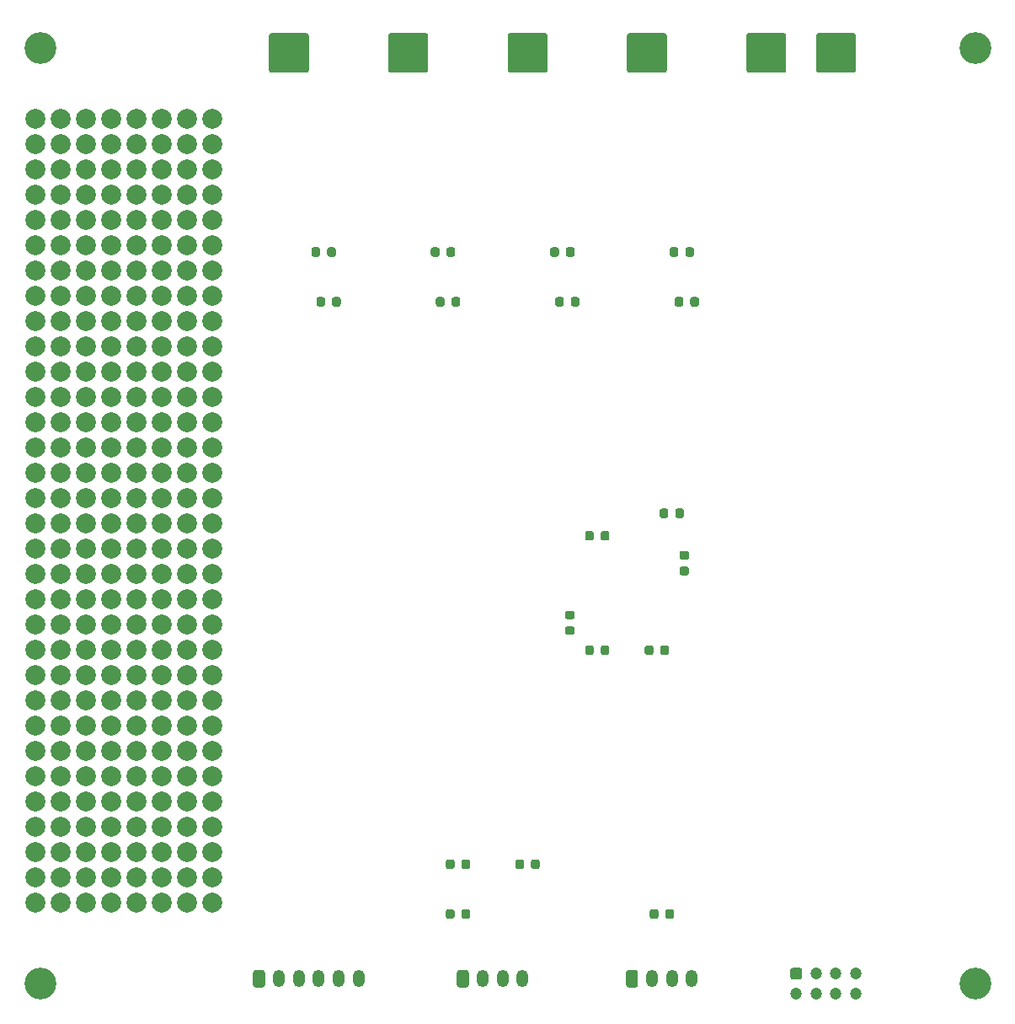
<source format=gbs>
%TF.GenerationSoftware,KiCad,Pcbnew,(5.1.10)-1*%
%TF.CreationDate,2022-10-01T12:24:56+09:00*%
%TF.ProjectId,quadBLDC,71756164-424c-4444-932e-6b696361645f,rev?*%
%TF.SameCoordinates,Original*%
%TF.FileFunction,Soldermask,Bot*%
%TF.FilePolarity,Negative*%
%FSLAX46Y46*%
G04 Gerber Fmt 4.6, Leading zero omitted, Abs format (unit mm)*
G04 Created by KiCad (PCBNEW (5.1.10)-1) date 2022-10-01 12:24:56*
%MOMM*%
%LPD*%
G01*
G04 APERTURE LIST*
%ADD10C,2.000000*%
%ADD11C,3.200000*%
%ADD12O,1.200000X1.750000*%
%ADD13C,1.200000*%
G04 APERTURE END LIST*
D10*
%TO.C,REF\u002A\u002A*%
X5080000Y-12700000D03*
%TD*%
%TO.C,REF\u002A\u002A*%
X15240000Y-86360000D03*
%TD*%
%TO.C,REF\u002A\u002A*%
X20320000Y-12700000D03*
%TD*%
%TO.C,REF\u002A\u002A*%
X15240000Y-12700000D03*
%TD*%
%TO.C,REF\u002A\u002A*%
X10160000Y-86360000D03*
%TD*%
%TO.C,REF\u002A\u002A*%
X10160000Y-81280000D03*
%TD*%
%TO.C,REF\u002A\u002A*%
X20320000Y-86360000D03*
%TD*%
%TO.C,REF\u002A\u002A*%
X5080000Y-81280000D03*
%TD*%
%TO.C,REF\u002A\u002A*%
X12700000Y-86360000D03*
%TD*%
%TO.C,REF\u002A\u002A*%
X17780000Y-83820000D03*
%TD*%
%TO.C,REF\u002A\u002A*%
X2540000Y-83820000D03*
%TD*%
%TO.C,REF\u002A\u002A*%
X15240000Y-81280000D03*
%TD*%
%TO.C,REF\u002A\u002A*%
X20320000Y-83820000D03*
%TD*%
%TO.C,REF\u002A\u002A*%
X15240000Y-83820000D03*
%TD*%
%TO.C,REF\u002A\u002A*%
X7620000Y-83820000D03*
%TD*%
%TO.C,REF\u002A\u002A*%
X17780000Y-81280000D03*
%TD*%
%TO.C,REF\u002A\u002A*%
X5080000Y-83820000D03*
%TD*%
%TO.C,REF\u002A\u002A*%
X2540000Y-86360000D03*
%TD*%
%TO.C,REF\u002A\u002A*%
X7620000Y-86360000D03*
%TD*%
%TO.C,REF\u002A\u002A*%
X10160000Y-83820000D03*
%TD*%
%TO.C,REF\u002A\u002A*%
X20320000Y-81280000D03*
%TD*%
%TO.C,REF\u002A\u002A*%
X12700000Y-83820000D03*
%TD*%
%TO.C,REF\u002A\u002A*%
X2540000Y-81280000D03*
%TD*%
%TO.C,REF\u002A\u002A*%
X7620000Y-81280000D03*
%TD*%
%TO.C,REF\u002A\u002A*%
X17780000Y-86360000D03*
%TD*%
%TO.C,REF\u002A\u002A*%
X5080000Y-86360000D03*
%TD*%
%TO.C,REF\u002A\u002A*%
X12700000Y-81280000D03*
%TD*%
%TO.C,REF\u002A\u002A*%
X12700000Y-12700000D03*
%TD*%
%TO.C,REF\u002A\u002A*%
X2540000Y-12700000D03*
%TD*%
%TO.C,REF\u002A\u002A*%
X10160000Y-12700000D03*
%TD*%
%TO.C,REF\u002A\u002A*%
X17780000Y-12700000D03*
%TD*%
%TO.C,REF\u002A\u002A*%
X20320000Y-10160000D03*
%TD*%
%TO.C,REF\u002A\u002A*%
X7620000Y-10160000D03*
%TD*%
%TO.C,REF\u002A\u002A*%
X15240000Y-10160000D03*
%TD*%
%TO.C,REF\u002A\u002A*%
X7620000Y-12700000D03*
%TD*%
%TO.C,REF\u002A\u002A*%
X12700000Y-10160000D03*
%TD*%
%TO.C,REF\u002A\u002A*%
X5080000Y-10160000D03*
%TD*%
%TO.C,REF\u002A\u002A*%
X17780000Y-10160000D03*
%TD*%
%TO.C,REF\u002A\u002A*%
X2540000Y-10160000D03*
%TD*%
%TO.C,REF\u002A\u002A*%
X10160000Y-10160000D03*
%TD*%
%TO.C,REF\u002A\u002A*%
X2540000Y-40640000D03*
%TD*%
%TO.C,REF\u002A\u002A*%
X12700000Y-43180000D03*
%TD*%
%TO.C,REF\u002A\u002A*%
X5080000Y-45720000D03*
%TD*%
%TO.C,REF\u002A\u002A*%
X7620000Y-48260000D03*
%TD*%
%TO.C,REF\u002A\u002A*%
X5080000Y-43180000D03*
%TD*%
%TO.C,REF\u002A\u002A*%
X10160000Y-48260000D03*
%TD*%
%TO.C,REF\u002A\u002A*%
X5080000Y-40640000D03*
%TD*%
%TO.C,REF\u002A\u002A*%
X12700000Y-40640000D03*
%TD*%
%TO.C,REF\u002A\u002A*%
X5080000Y-48260000D03*
%TD*%
%TO.C,REF\u002A\u002A*%
X17780000Y-43180000D03*
%TD*%
%TO.C,REF\u002A\u002A*%
X17780000Y-48260000D03*
%TD*%
%TO.C,REF\u002A\u002A*%
X2540000Y-45720000D03*
%TD*%
%TO.C,REF\u002A\u002A*%
X20320000Y-43180000D03*
%TD*%
%TO.C,REF\u002A\u002A*%
X17780000Y-45720000D03*
%TD*%
%TO.C,REF\u002A\u002A*%
X10160000Y-43180000D03*
%TD*%
%TO.C,REF\u002A\u002A*%
X7620000Y-43180000D03*
%TD*%
%TO.C,REF\u002A\u002A*%
X15240000Y-48260000D03*
%TD*%
%TO.C,REF\u002A\u002A*%
X20320000Y-40640000D03*
%TD*%
%TO.C,REF\u002A\u002A*%
X20320000Y-45720000D03*
%TD*%
%TO.C,REF\u002A\u002A*%
X10160000Y-40640000D03*
%TD*%
%TO.C,REF\u002A\u002A*%
X7620000Y-40640000D03*
%TD*%
%TO.C,REF\u002A\u002A*%
X2540000Y-43180000D03*
%TD*%
%TO.C,REF\u002A\u002A*%
X17780000Y-40640000D03*
%TD*%
%TO.C,REF\u002A\u002A*%
X15240000Y-40640000D03*
%TD*%
%TO.C,REF\u002A\u002A*%
X15240000Y-43180000D03*
%TD*%
%TO.C,REF\u002A\u002A*%
X12700000Y-48260000D03*
%TD*%
%TO.C,REF\u002A\u002A*%
X15240000Y-76200000D03*
%TD*%
%TO.C,REF\u002A\u002A*%
X10160000Y-76200000D03*
%TD*%
%TO.C,REF\u002A\u002A*%
X10160000Y-78740000D03*
%TD*%
%TO.C,REF\u002A\u002A*%
X12700000Y-76200000D03*
%TD*%
%TO.C,REF\u002A\u002A*%
X20320000Y-76200000D03*
%TD*%
%TO.C,REF\u002A\u002A*%
X20320000Y-78740000D03*
%TD*%
%TO.C,REF\u002A\u002A*%
X7620000Y-78740000D03*
%TD*%
%TO.C,REF\u002A\u002A*%
X12700000Y-78740000D03*
%TD*%
%TO.C,REF\u002A\u002A*%
X15240000Y-78740000D03*
%TD*%
%TO.C,REF\u002A\u002A*%
X7620000Y-76200000D03*
%TD*%
%TO.C,REF\u002A\u002A*%
X2540000Y-78740000D03*
%TD*%
%TO.C,REF\u002A\u002A*%
X2540000Y-76200000D03*
%TD*%
%TO.C,REF\u002A\u002A*%
X17780000Y-76200000D03*
%TD*%
%TO.C,REF\u002A\u002A*%
X5080000Y-76200000D03*
%TD*%
%TO.C,REF\u002A\u002A*%
X17780000Y-78740000D03*
%TD*%
%TO.C,REF\u002A\u002A*%
X5080000Y-78740000D03*
%TD*%
%TO.C,REF\u002A\u002A*%
X2540000Y-73660000D03*
%TD*%
%TO.C,REF\u002A\u002A*%
X20320000Y-73660000D03*
%TD*%
%TO.C,REF\u002A\u002A*%
X15240000Y-71120000D03*
%TD*%
%TO.C,REF\u002A\u002A*%
X10160000Y-71120000D03*
%TD*%
%TO.C,REF\u002A\u002A*%
X12700000Y-71120000D03*
%TD*%
%TO.C,REF\u002A\u002A*%
X7620000Y-71120000D03*
%TD*%
%TO.C,REF\u002A\u002A*%
X17780000Y-58420000D03*
%TD*%
%TO.C,REF\u002A\u002A*%
X7620000Y-66040000D03*
%TD*%
%TO.C,REF\u002A\u002A*%
X17780000Y-66040000D03*
%TD*%
%TO.C,REF\u002A\u002A*%
X5080000Y-68580000D03*
%TD*%
%TO.C,REF\u002A\u002A*%
X7620000Y-73660000D03*
%TD*%
%TO.C,REF\u002A\u002A*%
X2540000Y-63500000D03*
%TD*%
%TO.C,REF\u002A\u002A*%
X20320000Y-71120000D03*
%TD*%
%TO.C,REF\u002A\u002A*%
X10160000Y-66040000D03*
%TD*%
%TO.C,REF\u002A\u002A*%
X12700000Y-68580000D03*
%TD*%
%TO.C,REF\u002A\u002A*%
X2540000Y-68580000D03*
%TD*%
%TO.C,REF\u002A\u002A*%
X2540000Y-71120000D03*
%TD*%
%TO.C,REF\u002A\u002A*%
X15240000Y-73660000D03*
%TD*%
%TO.C,REF\u002A\u002A*%
X12700000Y-66040000D03*
%TD*%
%TO.C,REF\u002A\u002A*%
X17780000Y-71120000D03*
%TD*%
%TO.C,REF\u002A\u002A*%
X10160000Y-68580000D03*
%TD*%
%TO.C,REF\u002A\u002A*%
X15240000Y-68580000D03*
%TD*%
%TO.C,REF\u002A\u002A*%
X5080000Y-73660000D03*
%TD*%
%TO.C,REF\u002A\u002A*%
X10160000Y-73660000D03*
%TD*%
%TO.C,REF\u002A\u002A*%
X2540000Y-66040000D03*
%TD*%
%TO.C,REF\u002A\u002A*%
X5080000Y-66040000D03*
%TD*%
%TO.C,REF\u002A\u002A*%
X12700000Y-73660000D03*
%TD*%
%TO.C,REF\u002A\u002A*%
X5080000Y-71120000D03*
%TD*%
%TO.C,REF\u002A\u002A*%
X20320000Y-66040000D03*
%TD*%
%TO.C,REF\u002A\u002A*%
X17780000Y-68580000D03*
%TD*%
%TO.C,REF\u002A\u002A*%
X20320000Y-63500000D03*
%TD*%
%TO.C,REF\u002A\u002A*%
X15240000Y-60960000D03*
%TD*%
%TO.C,REF\u002A\u002A*%
X20320000Y-60960000D03*
%TD*%
%TO.C,REF\u002A\u002A*%
X12700000Y-60960000D03*
%TD*%
%TO.C,REF\u002A\u002A*%
X17780000Y-73660000D03*
%TD*%
%TO.C,REF\u002A\u002A*%
X15240000Y-66040000D03*
%TD*%
%TO.C,REF\u002A\u002A*%
X10160000Y-60960000D03*
%TD*%
%TO.C,REF\u002A\u002A*%
X5080000Y-55880000D03*
%TD*%
%TO.C,REF\u002A\u002A*%
X20320000Y-68580000D03*
%TD*%
%TO.C,REF\u002A\u002A*%
X10160000Y-55880000D03*
%TD*%
%TO.C,REF\u002A\u002A*%
X10160000Y-63500000D03*
%TD*%
%TO.C,REF\u002A\u002A*%
X7620000Y-68580000D03*
%TD*%
%TO.C,REF\u002A\u002A*%
X2540000Y-60960000D03*
%TD*%
%TO.C,REF\u002A\u002A*%
X2540000Y-58420000D03*
%TD*%
%TO.C,REF\u002A\u002A*%
X15240000Y-58420000D03*
%TD*%
%TO.C,REF\u002A\u002A*%
X7620000Y-58420000D03*
%TD*%
%TO.C,REF\u002A\u002A*%
X12700000Y-58420000D03*
%TD*%
%TO.C,REF\u002A\u002A*%
X15240000Y-55880000D03*
%TD*%
%TO.C,REF\u002A\u002A*%
X7620000Y-63500000D03*
%TD*%
%TO.C,REF\u002A\u002A*%
X17780000Y-60960000D03*
%TD*%
%TO.C,REF\u002A\u002A*%
X5080000Y-60960000D03*
%TD*%
%TO.C,REF\u002A\u002A*%
X15240000Y-63500000D03*
%TD*%
%TO.C,REF\u002A\u002A*%
X10160000Y-58420000D03*
%TD*%
%TO.C,REF\u002A\u002A*%
X17780000Y-63500000D03*
%TD*%
%TO.C,REF\u002A\u002A*%
X12700000Y-55880000D03*
%TD*%
%TO.C,REF\u002A\u002A*%
X5080000Y-58420000D03*
%TD*%
%TO.C,REF\u002A\u002A*%
X7620000Y-60960000D03*
%TD*%
%TO.C,REF\u002A\u002A*%
X12700000Y-63500000D03*
%TD*%
%TO.C,REF\u002A\u002A*%
X20320000Y-58420000D03*
%TD*%
%TO.C,REF\u002A\u002A*%
X17780000Y-55880000D03*
%TD*%
%TO.C,REF\u002A\u002A*%
X20320000Y-55880000D03*
%TD*%
%TO.C,REF\u002A\u002A*%
X2540000Y-55880000D03*
%TD*%
%TO.C,REF\u002A\u002A*%
X7620000Y-55880000D03*
%TD*%
%TO.C,REF\u002A\u002A*%
X5080000Y-63500000D03*
%TD*%
%TO.C,REF\u002A\u002A*%
X15240000Y-50800000D03*
%TD*%
%TO.C,REF\u002A\u002A*%
X10160000Y-50800000D03*
%TD*%
%TO.C,REF\u002A\u002A*%
X10160000Y-53340000D03*
%TD*%
%TO.C,REF\u002A\u002A*%
X12700000Y-50800000D03*
%TD*%
%TO.C,REF\u002A\u002A*%
X2540000Y-48260000D03*
%TD*%
%TO.C,REF\u002A\u002A*%
X17780000Y-50800000D03*
%TD*%
%TO.C,REF\u002A\u002A*%
X10160000Y-45720000D03*
%TD*%
%TO.C,REF\u002A\u002A*%
X5080000Y-53340000D03*
%TD*%
%TO.C,REF\u002A\u002A*%
X15240000Y-53340000D03*
%TD*%
%TO.C,REF\u002A\u002A*%
X20320000Y-50800000D03*
%TD*%
%TO.C,REF\u002A\u002A*%
X7620000Y-45720000D03*
%TD*%
%TO.C,REF\u002A\u002A*%
X2540000Y-53340000D03*
%TD*%
%TO.C,REF\u002A\u002A*%
X12700000Y-53340000D03*
%TD*%
%TO.C,REF\u002A\u002A*%
X5080000Y-50800000D03*
%TD*%
%TO.C,REF\u002A\u002A*%
X17780000Y-53340000D03*
%TD*%
%TO.C,REF\u002A\u002A*%
X20320000Y-48260000D03*
%TD*%
%TO.C,REF\u002A\u002A*%
X15240000Y-45720000D03*
%TD*%
%TO.C,REF\u002A\u002A*%
X20320000Y-53340000D03*
%TD*%
%TO.C,REF\u002A\u002A*%
X12700000Y-45720000D03*
%TD*%
%TO.C,REF\u002A\u002A*%
X7620000Y-50800000D03*
%TD*%
%TO.C,REF\u002A\u002A*%
X2540000Y-50800000D03*
%TD*%
%TO.C,REF\u002A\u002A*%
X7620000Y-53340000D03*
%TD*%
%TO.C,REF\u002A\u002A*%
X5080000Y-20320000D03*
%TD*%
%TO.C,REF\u002A\u002A*%
X5080000Y-15240000D03*
%TD*%
%TO.C,REF\u002A\u002A*%
X12700000Y-15240000D03*
%TD*%
%TO.C,REF\u002A\u002A*%
X12700000Y-17780000D03*
%TD*%
%TO.C,REF\u002A\u002A*%
X17780000Y-22860000D03*
%TD*%
%TO.C,REF\u002A\u002A*%
X2540000Y-15240000D03*
%TD*%
%TO.C,REF\u002A\u002A*%
X2540000Y-20320000D03*
%TD*%
%TO.C,REF\u002A\u002A*%
X15240000Y-22860000D03*
%TD*%
%TO.C,REF\u002A\u002A*%
X12700000Y-22860000D03*
%TD*%
%TO.C,REF\u002A\u002A*%
X5080000Y-22860000D03*
%TD*%
%TO.C,REF\u002A\u002A*%
X20320000Y-15240000D03*
%TD*%
%TO.C,REF\u002A\u002A*%
X7620000Y-17780000D03*
%TD*%
%TO.C,REF\u002A\u002A*%
X10160000Y-22860000D03*
%TD*%
%TO.C,REF\u002A\u002A*%
X10160000Y-15240000D03*
%TD*%
%TO.C,REF\u002A\u002A*%
X15240000Y-17780000D03*
%TD*%
%TO.C,REF\u002A\u002A*%
X2540000Y-17780000D03*
%TD*%
%TO.C,REF\u002A\u002A*%
X20320000Y-17780000D03*
%TD*%
%TO.C,REF\u002A\u002A*%
X15240000Y-15240000D03*
%TD*%
%TO.C,REF\u002A\u002A*%
X10160000Y-17780000D03*
%TD*%
%TO.C,REF\u002A\u002A*%
X17780000Y-20320000D03*
%TD*%
%TO.C,REF\u002A\u002A*%
X17780000Y-17780000D03*
%TD*%
%TO.C,REF\u002A\u002A*%
X10160000Y-38100000D03*
%TD*%
%TO.C,REF\u002A\u002A*%
X2540000Y-38100000D03*
%TD*%
%TO.C,REF\u002A\u002A*%
X5080000Y-33020000D03*
%TD*%
%TO.C,REF\u002A\u002A*%
X15240000Y-38100000D03*
%TD*%
%TO.C,REF\u002A\u002A*%
X2540000Y-33020000D03*
%TD*%
%TO.C,REF\u002A\u002A*%
X20320000Y-33020000D03*
%TD*%
%TO.C,REF\u002A\u002A*%
X17780000Y-30480000D03*
%TD*%
%TO.C,REF\u002A\u002A*%
X15240000Y-35560000D03*
%TD*%
%TO.C,REF\u002A\u002A*%
X10160000Y-30480000D03*
%TD*%
%TO.C,REF\u002A\u002A*%
X20320000Y-35560000D03*
%TD*%
%TO.C,REF\u002A\u002A*%
X5080000Y-30480000D03*
%TD*%
%TO.C,REF\u002A\u002A*%
X20320000Y-38100000D03*
%TD*%
%TO.C,REF\u002A\u002A*%
X10160000Y-35560000D03*
%TD*%
%TO.C,REF\u002A\u002A*%
X12700000Y-35560000D03*
%TD*%
%TO.C,REF\u002A\u002A*%
X17780000Y-33020000D03*
%TD*%
%TO.C,REF\u002A\u002A*%
X7620000Y-38100000D03*
%TD*%
%TO.C,REF\u002A\u002A*%
X12700000Y-38100000D03*
%TD*%
%TO.C,REF\u002A\u002A*%
X15240000Y-30480000D03*
%TD*%
%TO.C,REF\u002A\u002A*%
X15240000Y-33020000D03*
%TD*%
%TO.C,REF\u002A\u002A*%
X7620000Y-33020000D03*
%TD*%
%TO.C,REF\u002A\u002A*%
X2540000Y-35560000D03*
%TD*%
%TO.C,REF\u002A\u002A*%
X7620000Y-35560000D03*
%TD*%
%TO.C,REF\u002A\u002A*%
X10160000Y-33020000D03*
%TD*%
%TO.C,REF\u002A\u002A*%
X20320000Y-30480000D03*
%TD*%
%TO.C,REF\u002A\u002A*%
X12700000Y-33020000D03*
%TD*%
%TO.C,REF\u002A\u002A*%
X2540000Y-30480000D03*
%TD*%
%TO.C,REF\u002A\u002A*%
X17780000Y-35560000D03*
%TD*%
%TO.C,REF\u002A\u002A*%
X5080000Y-35560000D03*
%TD*%
%TO.C,REF\u002A\u002A*%
X12700000Y-30480000D03*
%TD*%
%TO.C,REF\u002A\u002A*%
X15240000Y-25400000D03*
%TD*%
%TO.C,REF\u002A\u002A*%
X10160000Y-25400000D03*
%TD*%
%TO.C,REF\u002A\u002A*%
X5080000Y-38100000D03*
%TD*%
%TO.C,REF\u002A\u002A*%
X10160000Y-27940000D03*
%TD*%
%TO.C,REF\u002A\u002A*%
X20320000Y-25400000D03*
%TD*%
%TO.C,REF\u002A\u002A*%
X7620000Y-27940000D03*
%TD*%
%TO.C,REF\u002A\u002A*%
X7620000Y-30480000D03*
%TD*%
%TO.C,REF\u002A\u002A*%
X12700000Y-27940000D03*
%TD*%
%TO.C,REF\u002A\u002A*%
X15240000Y-27940000D03*
%TD*%
%TO.C,REF\u002A\u002A*%
X20320000Y-27940000D03*
%TD*%
%TO.C,REF\u002A\u002A*%
X17780000Y-38100000D03*
%TD*%
%TO.C,REF\u002A\u002A*%
X12700000Y-25400000D03*
%TD*%
%TO.C,REF\u002A\u002A*%
X5080000Y-27940000D03*
%TD*%
%TO.C,REF\u002A\u002A*%
X2540000Y-22860000D03*
%TD*%
%TO.C,REF\u002A\u002A*%
X17780000Y-25400000D03*
%TD*%
%TO.C,REF\u002A\u002A*%
X10160000Y-20320000D03*
%TD*%
%TO.C,REF\u002A\u002A*%
X7620000Y-20320000D03*
%TD*%
%TO.C,REF\u002A\u002A*%
X7620000Y-15240000D03*
%TD*%
%TO.C,REF\u002A\u002A*%
X5080000Y-17780000D03*
%TD*%
%TO.C,REF\u002A\u002A*%
X15240000Y-20320000D03*
%TD*%
%TO.C,REF\u002A\u002A*%
X17780000Y-15240000D03*
%TD*%
%TO.C,REF\u002A\u002A*%
X12700000Y-20320000D03*
%TD*%
%TO.C,REF\u002A\u002A*%
X20320000Y-22860000D03*
%TD*%
%TO.C,REF\u002A\u002A*%
X2540000Y-27940000D03*
%TD*%
%TO.C,REF\u002A\u002A*%
X7620000Y-22860000D03*
%TD*%
%TO.C,REF\u002A\u002A*%
X20320000Y-20320000D03*
%TD*%
%TO.C,REF\u002A\u002A*%
X2540000Y-25400000D03*
%TD*%
%TO.C,REF\u002A\u002A*%
X5080000Y-25400000D03*
%TD*%
%TO.C,REF\u002A\u002A*%
X7620000Y-25400000D03*
%TD*%
%TO.C,REF\u002A\u002A*%
X17780000Y-27940000D03*
%TD*%
%TO.C,REF\u002A\u002A*%
X20320000Y-88900000D03*
%TD*%
%TO.C,REF\u002A\u002A*%
X10160000Y-88900000D03*
%TD*%
%TO.C,REF\u002A\u002A*%
X7620000Y-88900000D03*
%TD*%
%TO.C,REF\u002A\u002A*%
X12700000Y-88900000D03*
%TD*%
%TO.C,REF\u002A\u002A*%
X15240000Y-88900000D03*
%TD*%
%TO.C,REF\u002A\u002A*%
X17780000Y-88900000D03*
%TD*%
%TO.C,REF\u002A\u002A*%
X5080000Y-88900000D03*
%TD*%
%TO.C,REF\u002A\u002A*%
X2540000Y-88900000D03*
%TD*%
%TO.C,C2*%
G36*
G01*
X69225000Y-28243750D02*
X69225000Y-28756250D01*
G75*
G02*
X69006250Y-28975000I-218750J0D01*
G01*
X68568750Y-28975000D01*
G75*
G02*
X68350000Y-28756250I0J218750D01*
G01*
X68350000Y-28243750D01*
G75*
G02*
X68568750Y-28025000I218750J0D01*
G01*
X69006250Y-28025000D01*
G75*
G02*
X69225000Y-28243750I0J-218750D01*
G01*
G37*
G36*
G01*
X67650000Y-28243750D02*
X67650000Y-28756250D01*
G75*
G02*
X67431250Y-28975000I-218750J0D01*
G01*
X66993750Y-28975000D01*
G75*
G02*
X66775000Y-28756250I0J218750D01*
G01*
X66775000Y-28243750D01*
G75*
G02*
X66993750Y-28025000I218750J0D01*
G01*
X67431250Y-28025000D01*
G75*
G02*
X67650000Y-28243750I0J-218750D01*
G01*
G37*
%TD*%
%TO.C,C3*%
G36*
G01*
X67850000Y-23756250D02*
X67850000Y-23243750D01*
G75*
G02*
X68068750Y-23025000I218750J0D01*
G01*
X68506250Y-23025000D01*
G75*
G02*
X68725000Y-23243750I0J-218750D01*
G01*
X68725000Y-23756250D01*
G75*
G02*
X68506250Y-23975000I-218750J0D01*
G01*
X68068750Y-23975000D01*
G75*
G02*
X67850000Y-23756250I0J218750D01*
G01*
G37*
G36*
G01*
X66275000Y-23756250D02*
X66275000Y-23243750D01*
G75*
G02*
X66493750Y-23025000I218750J0D01*
G01*
X66931250Y-23025000D01*
G75*
G02*
X67150000Y-23243750I0J-218750D01*
G01*
X67150000Y-23756250D01*
G75*
G02*
X66931250Y-23975000I-218750J0D01*
G01*
X66493750Y-23975000D01*
G75*
G02*
X66275000Y-23756250I0J218750D01*
G01*
G37*
%TD*%
%TO.C,C8*%
G36*
G01*
X55650000Y-28243750D02*
X55650000Y-28756250D01*
G75*
G02*
X55431250Y-28975000I-218750J0D01*
G01*
X54993750Y-28975000D01*
G75*
G02*
X54775000Y-28756250I0J218750D01*
G01*
X54775000Y-28243750D01*
G75*
G02*
X54993750Y-28025000I218750J0D01*
G01*
X55431250Y-28025000D01*
G75*
G02*
X55650000Y-28243750I0J-218750D01*
G01*
G37*
G36*
G01*
X57225000Y-28243750D02*
X57225000Y-28756250D01*
G75*
G02*
X57006250Y-28975000I-218750J0D01*
G01*
X56568750Y-28975000D01*
G75*
G02*
X56350000Y-28756250I0J218750D01*
G01*
X56350000Y-28243750D01*
G75*
G02*
X56568750Y-28025000I218750J0D01*
G01*
X57006250Y-28025000D01*
G75*
G02*
X57225000Y-28243750I0J-218750D01*
G01*
G37*
%TD*%
%TO.C,C11*%
G36*
G01*
X55850000Y-23756250D02*
X55850000Y-23243750D01*
G75*
G02*
X56068750Y-23025000I218750J0D01*
G01*
X56506250Y-23025000D01*
G75*
G02*
X56725000Y-23243750I0J-218750D01*
G01*
X56725000Y-23756250D01*
G75*
G02*
X56506250Y-23975000I-218750J0D01*
G01*
X56068750Y-23975000D01*
G75*
G02*
X55850000Y-23756250I0J218750D01*
G01*
G37*
G36*
G01*
X54275000Y-23756250D02*
X54275000Y-23243750D01*
G75*
G02*
X54493750Y-23025000I218750J0D01*
G01*
X54931250Y-23025000D01*
G75*
G02*
X55150000Y-23243750I0J-218750D01*
G01*
X55150000Y-23756250D01*
G75*
G02*
X54931250Y-23975000I-218750J0D01*
G01*
X54493750Y-23975000D01*
G75*
G02*
X54275000Y-23756250I0J218750D01*
G01*
G37*
%TD*%
%TO.C,C16*%
G36*
G01*
X43650000Y-28243750D02*
X43650000Y-28756250D01*
G75*
G02*
X43431250Y-28975000I-218750J0D01*
G01*
X42993750Y-28975000D01*
G75*
G02*
X42775000Y-28756250I0J218750D01*
G01*
X42775000Y-28243750D01*
G75*
G02*
X42993750Y-28025000I218750J0D01*
G01*
X43431250Y-28025000D01*
G75*
G02*
X43650000Y-28243750I0J-218750D01*
G01*
G37*
G36*
G01*
X45225000Y-28243750D02*
X45225000Y-28756250D01*
G75*
G02*
X45006250Y-28975000I-218750J0D01*
G01*
X44568750Y-28975000D01*
G75*
G02*
X44350000Y-28756250I0J218750D01*
G01*
X44350000Y-28243750D01*
G75*
G02*
X44568750Y-28025000I218750J0D01*
G01*
X45006250Y-28025000D01*
G75*
G02*
X45225000Y-28243750I0J-218750D01*
G01*
G37*
%TD*%
%TO.C,C18*%
G36*
G01*
X42275000Y-23756250D02*
X42275000Y-23243750D01*
G75*
G02*
X42493750Y-23025000I218750J0D01*
G01*
X42931250Y-23025000D01*
G75*
G02*
X43150000Y-23243750I0J-218750D01*
G01*
X43150000Y-23756250D01*
G75*
G02*
X42931250Y-23975000I-218750J0D01*
G01*
X42493750Y-23975000D01*
G75*
G02*
X42275000Y-23756250I0J218750D01*
G01*
G37*
G36*
G01*
X43850000Y-23756250D02*
X43850000Y-23243750D01*
G75*
G02*
X44068750Y-23025000I218750J0D01*
G01*
X44506250Y-23025000D01*
G75*
G02*
X44725000Y-23243750I0J-218750D01*
G01*
X44725000Y-23756250D01*
G75*
G02*
X44506250Y-23975000I-218750J0D01*
G01*
X44068750Y-23975000D01*
G75*
G02*
X43850000Y-23756250I0J218750D01*
G01*
G37*
%TD*%
%TO.C,C25*%
G36*
G01*
X33225000Y-28243750D02*
X33225000Y-28756250D01*
G75*
G02*
X33006250Y-28975000I-218750J0D01*
G01*
X32568750Y-28975000D01*
G75*
G02*
X32350000Y-28756250I0J218750D01*
G01*
X32350000Y-28243750D01*
G75*
G02*
X32568750Y-28025000I218750J0D01*
G01*
X33006250Y-28025000D01*
G75*
G02*
X33225000Y-28243750I0J-218750D01*
G01*
G37*
G36*
G01*
X31650000Y-28243750D02*
X31650000Y-28756250D01*
G75*
G02*
X31431250Y-28975000I-218750J0D01*
G01*
X30993750Y-28975000D01*
G75*
G02*
X30775000Y-28756250I0J218750D01*
G01*
X30775000Y-28243750D01*
G75*
G02*
X30993750Y-28025000I218750J0D01*
G01*
X31431250Y-28025000D01*
G75*
G02*
X31650000Y-28243750I0J-218750D01*
G01*
G37*
%TD*%
%TO.C,C26*%
G36*
G01*
X30275000Y-23756250D02*
X30275000Y-23243750D01*
G75*
G02*
X30493750Y-23025000I218750J0D01*
G01*
X30931250Y-23025000D01*
G75*
G02*
X31150000Y-23243750I0J-218750D01*
G01*
X31150000Y-23756250D01*
G75*
G02*
X30931250Y-23975000I-218750J0D01*
G01*
X30493750Y-23975000D01*
G75*
G02*
X30275000Y-23756250I0J218750D01*
G01*
G37*
G36*
G01*
X31850000Y-23756250D02*
X31850000Y-23243750D01*
G75*
G02*
X32068750Y-23025000I218750J0D01*
G01*
X32506250Y-23025000D01*
G75*
G02*
X32725000Y-23243750I0J-218750D01*
G01*
X32725000Y-23756250D01*
G75*
G02*
X32506250Y-23975000I-218750J0D01*
G01*
X32068750Y-23975000D01*
G75*
G02*
X31850000Y-23756250I0J218750D01*
G01*
G37*
%TD*%
%TO.C,C44*%
G36*
G01*
X52350000Y-85256250D02*
X52350000Y-84743750D01*
G75*
G02*
X52568750Y-84525000I218750J0D01*
G01*
X53006250Y-84525000D01*
G75*
G02*
X53225000Y-84743750I0J-218750D01*
G01*
X53225000Y-85256250D01*
G75*
G02*
X53006250Y-85475000I-218750J0D01*
G01*
X52568750Y-85475000D01*
G75*
G02*
X52350000Y-85256250I0J218750D01*
G01*
G37*
G36*
G01*
X50775000Y-85256250D02*
X50775000Y-84743750D01*
G75*
G02*
X50993750Y-84525000I218750J0D01*
G01*
X51431250Y-84525000D01*
G75*
G02*
X51650000Y-84743750I0J-218750D01*
G01*
X51650000Y-85256250D01*
G75*
G02*
X51431250Y-85475000I-218750J0D01*
G01*
X50993750Y-85475000D01*
G75*
G02*
X50775000Y-85256250I0J218750D01*
G01*
G37*
%TD*%
%TO.C,C45*%
G36*
G01*
X66725000Y-89743750D02*
X66725000Y-90256250D01*
G75*
G02*
X66506250Y-90475000I-218750J0D01*
G01*
X66068750Y-90475000D01*
G75*
G02*
X65850000Y-90256250I0J218750D01*
G01*
X65850000Y-89743750D01*
G75*
G02*
X66068750Y-89525000I218750J0D01*
G01*
X66506250Y-89525000D01*
G75*
G02*
X66725000Y-89743750I0J-218750D01*
G01*
G37*
G36*
G01*
X65150000Y-89743750D02*
X65150000Y-90256250D01*
G75*
G02*
X64931250Y-90475000I-218750J0D01*
G01*
X64493750Y-90475000D01*
G75*
G02*
X64275000Y-90256250I0J218750D01*
G01*
X64275000Y-89743750D01*
G75*
G02*
X64493750Y-89525000I218750J0D01*
G01*
X64931250Y-89525000D01*
G75*
G02*
X65150000Y-89743750I0J-218750D01*
G01*
G37*
%TD*%
%TO.C,C47*%
G36*
G01*
X46225000Y-89743750D02*
X46225000Y-90256250D01*
G75*
G02*
X46006250Y-90475000I-218750J0D01*
G01*
X45568750Y-90475000D01*
G75*
G02*
X45350000Y-90256250I0J218750D01*
G01*
X45350000Y-89743750D01*
G75*
G02*
X45568750Y-89525000I218750J0D01*
G01*
X46006250Y-89525000D01*
G75*
G02*
X46225000Y-89743750I0J-218750D01*
G01*
G37*
G36*
G01*
X44650000Y-89743750D02*
X44650000Y-90256250D01*
G75*
G02*
X44431250Y-90475000I-218750J0D01*
G01*
X43993750Y-90475000D01*
G75*
G02*
X43775000Y-90256250I0J218750D01*
G01*
X43775000Y-89743750D01*
G75*
G02*
X43993750Y-89525000I218750J0D01*
G01*
X44431250Y-89525000D01*
G75*
G02*
X44650000Y-89743750I0J-218750D01*
G01*
G37*
%TD*%
%TO.C,C48*%
G36*
G01*
X43775000Y-85256250D02*
X43775000Y-84743750D01*
G75*
G02*
X43993750Y-84525000I218750J0D01*
G01*
X44431250Y-84525000D01*
G75*
G02*
X44650000Y-84743750I0J-218750D01*
G01*
X44650000Y-85256250D01*
G75*
G02*
X44431250Y-85475000I-218750J0D01*
G01*
X43993750Y-85475000D01*
G75*
G02*
X43775000Y-85256250I0J218750D01*
G01*
G37*
G36*
G01*
X45350000Y-85256250D02*
X45350000Y-84743750D01*
G75*
G02*
X45568750Y-84525000I218750J0D01*
G01*
X46006250Y-84525000D01*
G75*
G02*
X46225000Y-84743750I0J-218750D01*
G01*
X46225000Y-85256250D01*
G75*
G02*
X46006250Y-85475000I-218750J0D01*
G01*
X45568750Y-85475000D01*
G75*
G02*
X45350000Y-85256250I0J218750D01*
G01*
G37*
%TD*%
%TO.C,C49*%
G36*
G01*
X65350000Y-63756250D02*
X65350000Y-63243750D01*
G75*
G02*
X65568750Y-63025000I218750J0D01*
G01*
X66006250Y-63025000D01*
G75*
G02*
X66225000Y-63243750I0J-218750D01*
G01*
X66225000Y-63756250D01*
G75*
G02*
X66006250Y-63975000I-218750J0D01*
G01*
X65568750Y-63975000D01*
G75*
G02*
X65350000Y-63756250I0J218750D01*
G01*
G37*
G36*
G01*
X63775000Y-63756250D02*
X63775000Y-63243750D01*
G75*
G02*
X63993750Y-63025000I218750J0D01*
G01*
X64431250Y-63025000D01*
G75*
G02*
X64650000Y-63243750I0J-218750D01*
G01*
X64650000Y-63756250D01*
G75*
G02*
X64431250Y-63975000I-218750J0D01*
G01*
X63993750Y-63975000D01*
G75*
G02*
X63775000Y-63756250I0J218750D01*
G01*
G37*
%TD*%
%TO.C,C50*%
G36*
G01*
X58650000Y-63243750D02*
X58650000Y-63756250D01*
G75*
G02*
X58431250Y-63975000I-218750J0D01*
G01*
X57993750Y-63975000D01*
G75*
G02*
X57775000Y-63756250I0J218750D01*
G01*
X57775000Y-63243750D01*
G75*
G02*
X57993750Y-63025000I218750J0D01*
G01*
X58431250Y-63025000D01*
G75*
G02*
X58650000Y-63243750I0J-218750D01*
G01*
G37*
G36*
G01*
X60225000Y-63243750D02*
X60225000Y-63756250D01*
G75*
G02*
X60006250Y-63975000I-218750J0D01*
G01*
X59568750Y-63975000D01*
G75*
G02*
X59350000Y-63756250I0J218750D01*
G01*
X59350000Y-63243750D01*
G75*
G02*
X59568750Y-63025000I218750J0D01*
G01*
X60006250Y-63025000D01*
G75*
G02*
X60225000Y-63243750I0J-218750D01*
G01*
G37*
%TD*%
%TO.C,C51*%
G36*
G01*
X55993750Y-59525000D02*
X56506250Y-59525000D01*
G75*
G02*
X56725000Y-59743750I0J-218750D01*
G01*
X56725000Y-60181250D01*
G75*
G02*
X56506250Y-60400000I-218750J0D01*
G01*
X55993750Y-60400000D01*
G75*
G02*
X55775000Y-60181250I0J218750D01*
G01*
X55775000Y-59743750D01*
G75*
G02*
X55993750Y-59525000I218750J0D01*
G01*
G37*
G36*
G01*
X55993750Y-61100000D02*
X56506250Y-61100000D01*
G75*
G02*
X56725000Y-61318750I0J-218750D01*
G01*
X56725000Y-61756250D01*
G75*
G02*
X56506250Y-61975000I-218750J0D01*
G01*
X55993750Y-61975000D01*
G75*
G02*
X55775000Y-61756250I0J218750D01*
G01*
X55775000Y-61318750D01*
G75*
G02*
X55993750Y-61100000I218750J0D01*
G01*
G37*
%TD*%
%TO.C,C52*%
G36*
G01*
X67493750Y-55100000D02*
X68006250Y-55100000D01*
G75*
G02*
X68225000Y-55318750I0J-218750D01*
G01*
X68225000Y-55756250D01*
G75*
G02*
X68006250Y-55975000I-218750J0D01*
G01*
X67493750Y-55975000D01*
G75*
G02*
X67275000Y-55756250I0J218750D01*
G01*
X67275000Y-55318750D01*
G75*
G02*
X67493750Y-55100000I218750J0D01*
G01*
G37*
G36*
G01*
X67493750Y-53525000D02*
X68006250Y-53525000D01*
G75*
G02*
X68225000Y-53743750I0J-218750D01*
G01*
X68225000Y-54181250D01*
G75*
G02*
X68006250Y-54400000I-218750J0D01*
G01*
X67493750Y-54400000D01*
G75*
G02*
X67275000Y-54181250I0J218750D01*
G01*
X67275000Y-53743750D01*
G75*
G02*
X67493750Y-53525000I218750J0D01*
G01*
G37*
%TD*%
%TO.C,C53*%
G36*
G01*
X59350000Y-52256250D02*
X59350000Y-51743750D01*
G75*
G02*
X59568750Y-51525000I218750J0D01*
G01*
X60006250Y-51525000D01*
G75*
G02*
X60225000Y-51743750I0J-218750D01*
G01*
X60225000Y-52256250D01*
G75*
G02*
X60006250Y-52475000I-218750J0D01*
G01*
X59568750Y-52475000D01*
G75*
G02*
X59350000Y-52256250I0J218750D01*
G01*
G37*
G36*
G01*
X57775000Y-52256250D02*
X57775000Y-51743750D01*
G75*
G02*
X57993750Y-51525000I218750J0D01*
G01*
X58431250Y-51525000D01*
G75*
G02*
X58650000Y-51743750I0J-218750D01*
G01*
X58650000Y-52256250D01*
G75*
G02*
X58431250Y-52475000I-218750J0D01*
G01*
X57993750Y-52475000D01*
G75*
G02*
X57775000Y-52256250I0J218750D01*
G01*
G37*
%TD*%
%TO.C,D7*%
G36*
G01*
X65275000Y-50006250D02*
X65275000Y-49493750D01*
G75*
G02*
X65493750Y-49275000I218750J0D01*
G01*
X65931250Y-49275000D01*
G75*
G02*
X66150000Y-49493750I0J-218750D01*
G01*
X66150000Y-50006250D01*
G75*
G02*
X65931250Y-50225000I-218750J0D01*
G01*
X65493750Y-50225000D01*
G75*
G02*
X65275000Y-50006250I0J218750D01*
G01*
G37*
G36*
G01*
X66850000Y-50006250D02*
X66850000Y-49493750D01*
G75*
G02*
X67068750Y-49275000I218750J0D01*
G01*
X67506250Y-49275000D01*
G75*
G02*
X67725000Y-49493750I0J-218750D01*
G01*
X67725000Y-50006250D01*
G75*
G02*
X67506250Y-50225000I-218750J0D01*
G01*
X67068750Y-50225000D01*
G75*
G02*
X66850000Y-50006250I0J218750D01*
G01*
G37*
%TD*%
D11*
%TO.C,H1*%
X3000000Y-3000000D03*
%TD*%
%TO.C,H2*%
X3000000Y-97000000D03*
%TD*%
%TO.C,H3*%
X97000000Y-97000000D03*
%TD*%
%TO.C,H4*%
X97000000Y-3000000D03*
%TD*%
D12*
%TO.C,J1*%
X51500000Y-96500000D03*
X49500000Y-96500000D03*
X47500000Y-96500000D03*
G36*
G01*
X44900000Y-97125001D02*
X44900000Y-95874999D01*
G75*
G02*
X45149999Y-95625000I249999J0D01*
G01*
X45850001Y-95625000D01*
G75*
G02*
X46100000Y-95874999I0J-249999D01*
G01*
X46100000Y-97125001D01*
G75*
G02*
X45850001Y-97375000I-249999J0D01*
G01*
X45149999Y-97375000D01*
G75*
G02*
X44900000Y-97125001I0J249999D01*
G01*
G37*
%TD*%
%TO.C,J2*%
G36*
G01*
X61900000Y-97125001D02*
X61900000Y-95874999D01*
G75*
G02*
X62149999Y-95625000I249999J0D01*
G01*
X62850001Y-95625000D01*
G75*
G02*
X63100000Y-95874999I0J-249999D01*
G01*
X63100000Y-97125001D01*
G75*
G02*
X62850001Y-97375000I-249999J0D01*
G01*
X62149999Y-97375000D01*
G75*
G02*
X61900000Y-97125001I0J249999D01*
G01*
G37*
X64500000Y-96500000D03*
X66500000Y-96500000D03*
X68500000Y-96500000D03*
%TD*%
%TO.C,J3*%
X35000000Y-96500000D03*
X33000000Y-96500000D03*
X31000000Y-96500000D03*
X29000000Y-96500000D03*
X27000000Y-96500000D03*
G36*
G01*
X24400000Y-97125001D02*
X24400000Y-95874999D01*
G75*
G02*
X24649999Y-95625000I249999J0D01*
G01*
X25350001Y-95625000D01*
G75*
G02*
X25600000Y-95874999I0J-249999D01*
G01*
X25600000Y-97125001D01*
G75*
G02*
X25350001Y-97375000I-249999J0D01*
G01*
X24649999Y-97375000D01*
G75*
G02*
X24400000Y-97125001I0J249999D01*
G01*
G37*
%TD*%
%TO.C,J6*%
G36*
G01*
X74000000Y-5250000D02*
X74000000Y-1750000D01*
G75*
G02*
X74250000Y-1500000I250000J0D01*
G01*
X77750000Y-1500000D01*
G75*
G02*
X78000000Y-1750000I0J-250000D01*
G01*
X78000000Y-5250000D01*
G75*
G02*
X77750000Y-5500000I-250000J0D01*
G01*
X74250000Y-5500000D01*
G75*
G02*
X74000000Y-5250000I0J250000D01*
G01*
G37*
%TD*%
D13*
%TO.C,J5*%
X85000000Y-98000000D03*
X83000000Y-98000000D03*
X81000000Y-98000000D03*
X79000000Y-98000000D03*
X85000000Y-96000000D03*
X83000000Y-96000000D03*
X81000000Y-96000000D03*
G36*
G01*
X78400000Y-96350001D02*
X78400000Y-95649999D01*
G75*
G02*
X78649999Y-95400000I249999J0D01*
G01*
X79350001Y-95400000D01*
G75*
G02*
X79600000Y-95649999I0J-249999D01*
G01*
X79600000Y-96350001D01*
G75*
G02*
X79350001Y-96600000I-249999J0D01*
G01*
X78649999Y-96600000D01*
G75*
G02*
X78400000Y-96350001I0J249999D01*
G01*
G37*
%TD*%
%TO.C,J8*%
G36*
G01*
X62000000Y-5250000D02*
X62000000Y-1750000D01*
G75*
G02*
X62250000Y-1500000I250000J0D01*
G01*
X65750000Y-1500000D01*
G75*
G02*
X66000000Y-1750000I0J-250000D01*
G01*
X66000000Y-5250000D01*
G75*
G02*
X65750000Y-5500000I-250000J0D01*
G01*
X62250000Y-5500000D01*
G75*
G02*
X62000000Y-5250000I0J250000D01*
G01*
G37*
%TD*%
%TO.C,J9*%
G36*
G01*
X50000000Y-5250000D02*
X50000000Y-1750000D01*
G75*
G02*
X50250000Y-1500000I250000J0D01*
G01*
X53750000Y-1500000D01*
G75*
G02*
X54000000Y-1750000I0J-250000D01*
G01*
X54000000Y-5250000D01*
G75*
G02*
X53750000Y-5500000I-250000J0D01*
G01*
X50250000Y-5500000D01*
G75*
G02*
X50000000Y-5250000I0J250000D01*
G01*
G37*
%TD*%
%TO.C,J10*%
G36*
G01*
X38000000Y-5250000D02*
X38000000Y-1750000D01*
G75*
G02*
X38250000Y-1500000I250000J0D01*
G01*
X41750000Y-1500000D01*
G75*
G02*
X42000000Y-1750000I0J-250000D01*
G01*
X42000000Y-5250000D01*
G75*
G02*
X41750000Y-5500000I-250000J0D01*
G01*
X38250000Y-5500000D01*
G75*
G02*
X38000000Y-5250000I0J250000D01*
G01*
G37*
%TD*%
%TO.C,J11*%
G36*
G01*
X26000000Y-5250000D02*
X26000000Y-1750000D01*
G75*
G02*
X26250000Y-1500000I250000J0D01*
G01*
X29750000Y-1500000D01*
G75*
G02*
X30000000Y-1750000I0J-250000D01*
G01*
X30000000Y-5250000D01*
G75*
G02*
X29750000Y-5500000I-250000J0D01*
G01*
X26250000Y-5500000D01*
G75*
G02*
X26000000Y-5250000I0J250000D01*
G01*
G37*
%TD*%
%TO.C,J7*%
G36*
G01*
X81000000Y-5250000D02*
X81000000Y-1750000D01*
G75*
G02*
X81250000Y-1500000I250000J0D01*
G01*
X84750000Y-1500000D01*
G75*
G02*
X85000000Y-1750000I0J-250000D01*
G01*
X85000000Y-5250000D01*
G75*
G02*
X84750000Y-5500000I-250000J0D01*
G01*
X81250000Y-5500000D01*
G75*
G02*
X81000000Y-5250000I0J250000D01*
G01*
G37*
%TD*%
M02*

</source>
